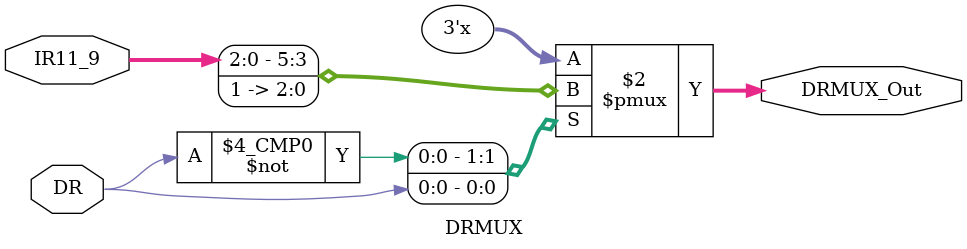
<source format=sv>
module DRMUX( input logic [2:0] IR11_9,
              input logic DR,
              output logic [2:0] DRMUX_Out
              );
              always_comb begin
                unique case (DR)
                  1'b0:
                    DRMUX_Out = IR11_9;
                  1'b1:
                    DRMUX_Out = 3'b111;
                  default:
                    DRMUX_Out = 3'b000;
                endcase
              end
endmodule

</source>
